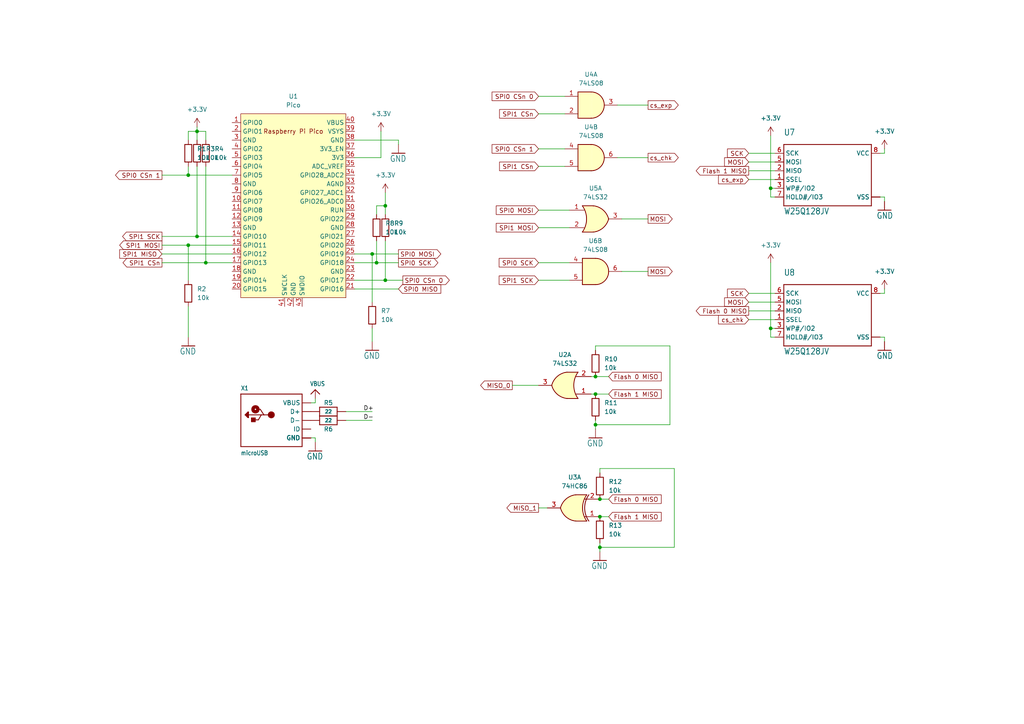
<source format=kicad_sch>
(kicad_sch (version 20230121) (generator eeschema)
  (paper "A4")
  (lib_symbols
    (symbol "74xx:74HC86" (pin_names (offset 1.016))
      (property "Reference" "U" (at 0 1.27 0))
      (property "Value" "74HC86" (at 0 -1.27 0))
      (symbol "74HC86_1_0"
        (arc (start -4.4196 -3.81) (mid -3.2033 0) (end -4.4196 3.81) (stroke (width 0.254)))
        (arc (start -3.81 -3.81) (mid -2.589 0) (end -3.81 3.81) (stroke (width 0.254)))
        (arc (start -0.6096 -3.81) (mid 2.1842 -2.5851) (end 3.81 0) (stroke (width 0.254)) (fill (type background)))
        (polyline (pts (xy -3.81 -3.81) (xy -0.635 -3.81)) (stroke (width 0.254)) (fill (type background)))
        (polyline (pts (xy -3.81 3.81) (xy -0.635 3.81)) (stroke (width 0.254)) (fill (type background)))
        (polyline (pts (xy -0.635 3.81) (xy -3.81 3.81) (xy -3.81 3.81) (xy -3.556 3.4036) (xy -3.0226 2.2606) (xy -2.6924 1.0414) (xy -2.6162 -0.254) (xy -2.7686 -1.4986) (xy -3.175 -2.7178) (xy -3.81 -3.81) (xy -3.81 -3.81) (xy -0.635 -3.81)) (stroke (width -25.4)) (fill (type background)))
        (arc (start 3.81 0) (mid 2.1915 2.5936) (end -0.6096 3.81) (stroke (width 0.254)) (fill (type background)))
        (pin input line (at -7.62 2.54 0) (length 4.445) (name "~") (number "1"))
        (pin input line (at -7.62 -2.54 0) (length 4.445) (name "~") (number "2"))
        (pin output line (at 7.62 0 180) (length 3.81) (name "~") (number "3"))
      )
      (symbol "74HC86_1_1"
        (polyline (pts (xy -3.81 -2.54) (xy -3.175 -2.54)) (stroke (width 0.1524)))
        (polyline (pts (xy -3.81 2.54) (xy -3.175 2.54)) (stroke (width 0.1524)))
      )
      (symbol "74HC86_2_0"
        (arc (start -4.4196 -3.81) (mid -3.2033 0) (end -4.4196 3.81) (stroke (width 0.254)))
        (arc (start -3.81 -3.81) (mid -2.589 0) (end -3.81 3.81) (stroke (width 0.254)))
        (arc (start -0.6096 -3.81) (mid 2.1842 -2.5851) (end 3.81 0) (stroke (width 0.254)) (fill (type background)))
        (polyline (pts (xy -3.81 -3.81) (xy -0.635 -3.81)) (stroke (width 0.254)) (fill (type background)))
        (polyline (pts (xy -3.81 3.81) (xy -0.635 3.81)) (stroke (width 0.254)) (fill (type background)))
        (polyline (pts (xy -0.635 3.81) (xy -3.81 3.81) (xy -3.81 3.81) (xy -3.556 3.4036) (xy -3.0226 2.2606) (xy -2.6924 1.0414) (xy -2.6162 -0.254) (xy -2.7686 -1.4986) (xy -3.175 -2.7178) (xy -3.81 -3.81) (xy -3.81 -3.81) (xy -0.635 -3.81)) (stroke (width -25.4)) (fill (type background)))
        (arc (start 3.81 0) (mid 2.1915 2.5936) (end -0.6096 3.81) (stroke (width 0.254)) (fill (type background)))
        (pin input line (at -7.62 2.54 0) (length 4.445) (name "~") (number "4"))
        (pin input line (at -7.62 -2.54 0) (length 4.445) (name "~") (number "5"))
        (pin output line (at 7.62 0 180) (length 3.81) (name "~") (number "6"))
      )
      (symbol "74HC86_2_1"
        (polyline (pts (xy -3.81 -2.54) (xy -3.175 -2.54)) (stroke (width 0.1524)))
        (polyline (pts (xy -3.81 2.54) (xy -3.175 2.54)) (stroke (width 0.1524)))
      )
      (symbol "74HC86_3_0"
        (arc (start -4.4196 -3.81) (mid -3.2033 0) (end -4.4196 3.81) (stroke (width 0.254)))
        (arc (start -3.81 -3.81) (mid -2.589 0) (end -3.81 3.81) (stroke (width 0.254)))
        (arc (start -0.6096 -3.81) (mid 2.1842 -2.5851) (end 3.81 0) (stroke (width 0.254)) (fill (type background)))
        (polyline (pts (xy -3.81 -3.81) (xy -0.635 -3.81)) (stroke (width 0.254)) (fill (type background)))
        (polyline (pts (xy -3.81 3.81) (xy -0.635 3.81)) (stroke (width 0.254)) (fill (type background)))
        (polyline (pts (xy -0.635 3.81) (xy -3.81 3.81) (xy -3.81 3.81) (xy -3.556 3.4036) (xy -3.0226 2.2606) (xy -2.6924 1.0414) (xy -2.6162 -0.254) (xy -2.7686 -1.4986) (xy -3.175 -2.7178) (xy -3.81 -3.81) (xy -3.81 -3.81) (xy -0.635 -3.81)) (stroke (width -25.4)) (fill (type background)))
        (arc (start 3.81 0) (mid 2.1915 2.5936) (end -0.6096 3.81) (stroke (width 0.254)) (fill (type background)))
        (pin input line (at -7.62 -2.54 0) (length 4.445) (name "~") (number "10"))
        (pin output line (at 7.62 0 180) (length 3.81) (name "~") (number "8"))
        (pin input line (at -7.62 2.54 0) (length 4.445) (name "~") (number "9"))
      )
      (symbol "74HC86_3_1"
        (polyline (pts (xy -3.81 -2.54) (xy -3.175 -2.54)) (stroke (width 0.1524)))
        (polyline (pts (xy -3.81 2.54) (xy -3.175 2.54)) (stroke (width 0.1524)))
      )
      (symbol "74HC86_4_0"
        (arc (start -4.4196 -3.81) (mid -3.2033 0) (end -4.4196 3.81) (stroke (width 0.254)))
        (arc (start -3.81 -3.81) (mid -2.589 0) (end -3.81 3.81) (stroke (width 0.254)))
        (arc (start -0.6096 -3.81) (mid 2.1842 -2.5851) (end 3.81 0) (stroke (width 0.254)) (fill (type background)))
        (polyline (pts (xy -3.81 -3.81) (xy -0.635 -3.81)) (stroke (width 0.254)) (fill (type background)))
        (polyline (pts (xy -3.81 3.81) (xy -0.635 3.81)) (stroke (width 0.254)) (fill (type background)))
        (polyline (pts (xy -0.635 3.81) (xy -3.81 3.81) (xy -3.81 3.81) (xy -3.556 3.4036) (xy -3.0226 2.2606) (xy -2.6924 1.0414) (xy -2.6162 -0.254) (xy -2.7686 -1.4986) (xy -3.175 -2.7178) (xy -3.81 -3.81) (xy -3.81 -3.81) (xy -0.635 -3.81)) (stroke (width -25.4)) (fill (type background)))
        (arc (start 3.81 0) (mid 2.1915 2.5936) (end -0.6096 3.81) (stroke (width 0.254)) (fill (type background)))
        (pin output line (at 7.62 0 180) (length 3.81) (name "~") (number "11"))
        (pin input line (at -7.62 2.54 0) (length 4.445) (name "~") (number "12"))
        (pin input line (at -7.62 -2.54 0) (length 4.445) (name "~") (number "13"))
      )
      (symbol "74HC86_4_1"
        (polyline (pts (xy -3.81 -2.54) (xy -3.175 -2.54)) (stroke (width 0.1524)))
        (polyline (pts (xy -3.81 2.54) (xy -3.175 2.54)) (stroke (width 0.1524)))
      )
      (symbol "74HC86_5_0"
        (pin power_in line (at 0 12.7 270) (length 5.08) (name "VCC") (number "14"))
        (pin power_in line (at 0 -12.7 90) (length 5.08) (name "GND") (number "7"))
      )
      (symbol "74HC86_5_1"
        (rectangle (start -5.08 7.62) (end 5.08 -7.62) (stroke (width 0.254)) (fill (type background)))
      )
    )
    (symbol "74xx:74LS08" (pin_names (offset 1.016))
      (property "Reference" "U" (at 0 1.27 0))
      (property "Value" "74LS08" (at 0 -1.27 0))
      (symbol "74LS08_1_1"
        (arc (start 0 -3.81) (mid 3.7934 0) (end 0 3.81) (stroke (width 0.254)) (fill (type background)))
        (polyline (pts (xy 0 3.81) (xy -3.81 3.81) (xy -3.81 -3.81) (xy 0 -3.81)) (stroke (width 0.254)) (fill (type background)))
        (pin input line (at -7.62 2.54 0) (length 3.81) (name "~") (number "1"))
        (pin input line (at -7.62 -2.54 0) (length 3.81) (name "~") (number "2"))
        (pin output line (at 7.62 0 180) (length 3.81) (name "~") (number "3"))
      )
      (symbol "74LS08_1_2"
        (arc (start -3.81 -3.81) (mid -2.589 0) (end -3.81 3.81) (stroke (width 0.254)))
        (arc (start -0.6096 -3.81) (mid 2.1842 -2.5851) (end 3.81 0) (stroke (width 0.254)) (fill (type background)))
        (polyline (pts (xy -3.81 -3.81) (xy -0.635 -3.81)) (stroke (width 0.254)) (fill (type background)))
        (polyline (pts (xy -3.81 3.81) (xy -0.635 3.81)) (stroke (width 0.254)) (fill (type background)))
        (polyline (pts (xy -0.635 3.81) (xy -3.81 3.81) (xy -3.81 3.81) (xy -3.556 3.4036) (xy -3.0226 2.2606) (xy -2.6924 1.0414) (xy -2.6162 -0.254) (xy -2.7686 -1.4986) (xy -3.175 -2.7178) (xy -3.81 -3.81) (xy -3.81 -3.81) (xy -0.635 -3.81)) (stroke (width -25.4)) (fill (type background)))
        (arc (start 3.81 0) (mid 2.1915 2.5936) (end -0.6096 3.81) (stroke (width 0.254)) (fill (type background)))
        (pin input inverted (at -7.62 2.54 0) (length 4.318) (name "~") (number "1"))
        (pin input inverted (at -7.62 -2.54 0) (length 4.318) (name "~") (number "2"))
        (pin output inverted (at 7.62 0 180) (length 3.81) (name "~") (number "3"))
      )
      (symbol "74LS08_2_1"
        (arc (start 0 -3.81) (mid 3.7934 0) (end 0 3.81) (stroke (width 0.254)) (fill (type background)))
        (polyline (pts (xy 0 3.81) (xy -3.81 3.81) (xy -3.81 -3.81) (xy 0 -3.81)) (stroke (width 0.254)) (fill (type background)))
        (pin input line (at -7.62 2.54 0) (length 3.81) (name "~") (number "4"))
        (pin input line (at -7.62 -2.54 0) (length 3.81) (name "~") (number "5"))
        (pin output line (at 7.62 0 180) (length 3.81) (name "~") (number "6"))
      )
      (symbol "74LS08_2_2"
        (arc (start -3.81 -3.81) (mid -2.589 0) (end -3.81 3.81) (stroke (width 0.254)))
        (arc (start -0.6096 -3.81) (mid 2.1842 -2.5851) (end 3.81 0) (stroke (width 0.254)) (fill (type background)))
        (polyline (pts (xy -3.81 -3.81) (xy -0.635 -3.81)) (stroke (width 0.254)) (fill (type background)))
        (polyline (pts (xy -3.81 3.81) (xy -0.635 3.81)) (stroke (width 0.254)) (fill (type background)))
        (polyline (pts (xy -0.635 3.81) (xy -3.81 3.81) (xy -3.81 3.81) (xy -3.556 3.4036) (xy -3.0226 2.2606) (xy -2.6924 1.0414) (xy -2.6162 -0.254) (xy -2.7686 -1.4986) (xy -3.175 -2.7178) (xy -3.81 -3.81) (xy -3.81 -3.81) (xy -0.635 -3.81)) (stroke (width -25.4)) (fill (type background)))
        (arc (start 3.81 0) (mid 2.1915 2.5936) (end -0.6096 3.81) (stroke (width 0.254)) (fill (type background)))
        (pin input inverted (at -7.62 2.54 0) (length 4.318) (name "~") (number "4"))
        (pin input inverted (at -7.62 -2.54 0) (length 4.318) (name "~") (number "5"))
        (pin output inverted (at 7.62 0 180) (length 3.81) (name "~") (number "6"))
      )
      (symbol "74LS08_3_1"
        (arc (start 0 -3.81) (mid 3.7934 0) (end 0 3.81) (stroke (width 0.254)) (fill (type background)))
        (polyline (pts (xy 0 3.81) (xy -3.81 3.81) (xy -3.81 -3.81) (xy 0 -3.81)) (stroke (width 0.254)) (fill (type background)))
        (pin input line (at -7.62 -2.54 0) (length 3.81) (name "~") (number "10"))
        (pin output line (at 7.62 0 180) (length 3.81) (name "~") (number "8"))
        (pin input line (at -7.62 2.54 0) (length 3.81) (name "~") (number "9"))
      )
      (symbol "74LS08_3_2"
        (arc (start -3.81 -3.81) (mid -2.589 0) (end -3.81 3.81) (stroke (width 0.254)))
        (arc (start -0.6096 -3.81) (mid 2.1842 -2.5851) (end 3.81 0) (stroke (width 0.254)) (fill (type background)))
        (polyline (pts (xy -3.81 -3.81) (xy -0.635 -3.81)) (stroke (width 0.254)) (fill (type background)))
        (polyline (pts (xy -3.81 3.81) (xy -0.635 3.81)) (stroke (width 0.254)) (fill (type background)))
        (polyline (pts (xy -0.635 3.81) (xy -3.81 3.81) (xy -3.81 3.81) (xy -3.556 3.4036) (xy -3.0226 2.2606) (xy -2.6924 1.0414) (xy -2.6162 -0.254) (xy -2.7686 -1.4986) (xy -3.175 -2.7178) (xy -3.81 -3.81) (xy -3.81 -3.81) (xy -0.635 -3.81)) (stroke (width -25.4)) (fill (type background)))
        (arc (start 3.81 0) (mid 2.1915 2.5936) (end -0.6096 3.81) (stroke (width 0.254)) (fill (type background)))
        (pin input inverted (at -7.62 -2.54 0) (length 4.318) (name "~") (number "10"))
        (pin output inverted (at 7.62 0 180) (length 3.81) (name "~") (number "8"))
        (pin input inverted (at -7.62 2.54 0) (length 4.318) (name "~") (number "9"))
      )
      (symbol "74LS08_4_1"
        (arc (start 0 -3.81) (mid 3.7934 0) (end 0 3.81) (stroke (width 0.254)) (fill (type background)))
        (polyline (pts (xy 0 3.81) (xy -3.81 3.81) (xy -3.81 -3.81) (xy 0 -3.81)) (stroke (width 0.254)) (fill (type background)))
        (pin output line (at 7.62 0 180) (length 3.81) (name "~") (number "11"))
        (pin input line (at -7.62 2.54 0) (length 3.81) (name "~") (number "12"))
        (pin input line (at -7.62 -2.54 0) (length 3.81) (name "~") (number "13"))
      )
      (symbol "74LS08_4_2"
        (arc (start -3.81 -3.81) (mid -2.589 0) (end -3.81 3.81) (stroke (width 0.254)))
        (arc (start -0.6096 -3.81) (mid 2.1842 -2.5851) (end 3.81 0) (stroke (width 0.254)) (fill (type background)))
        (polyline (pts (xy -3.81 -3.81) (xy -0.635 -3.81)) (stroke (width 0.254)) (fill (type background)))
        (polyline (pts (xy -3.81 3.81) (xy -0.635 3.81)) (stroke (width 0.254)) (fill (type background)))
        (polyline (pts (xy -0.635 3.81) (xy -3.81 3.81) (xy -3.81 3.81) (xy -3.556 3.4036) (xy -3.0226 2.2606) (xy -2.6924 1.0414) (xy -2.6162 -0.254) (xy -2.7686 -1.4986) (xy -3.175 -2.7178) (xy -3.81 -3.81) (xy -3.81 -3.81) (xy -0.635 -3.81)) (stroke (width -25.4)) (fill (type background)))
        (arc (start 3.81 0) (mid 2.1915 2.5936) (end -0.6096 3.81) (stroke (width 0.254)) (fill (type background)))
        (pin output inverted (at 7.62 0 180) (length 3.81) (name "~") (number "11"))
        (pin input inverted (at -7.62 2.54 0) (length 4.318) (name "~") (number "12"))
        (pin input inverted (at -7.62 -2.54 0) (length 4.318) (name "~") (number "13"))
      )
      (symbol "74LS08_5_0"
        (pin power_in line (at 0 12.7 270) (length 5.08) (name "VCC") (number "14"))
        (pin power_in line (at 0 -12.7 90) (length 5.08) (name "GND") (number "7"))
      )
      (symbol "74LS08_5_1"
        (rectangle (start -5.08 7.62) (end 5.08 -7.62) (stroke (width 0.254)) (fill (type background)))
      )
    )
    (symbol "74xx:74LS32" (pin_names (offset 1.016))
      (property "Reference" "U" (at 0 1.27 0))
      (property "Value" "74LS32" (at 0 -1.27 0))
      (symbol "74LS32_1_1"
        (arc (start -3.81 -3.81) (mid -2.589 0) (end -3.81 3.81) (stroke (width 0.254)))
        (arc (start -0.6096 -3.81) (mid 2.1842 -2.5851) (end 3.81 0) (stroke (width 0.254)) (fill (type background)))
        (polyline (pts (xy -3.81 -3.81) (xy -0.635 -3.81)) (stroke (width 0.254)) (fill (type background)))
        (polyline (pts (xy -3.81 3.81) (xy -0.635 3.81)) (stroke (width 0.254)) (fill (type background)))
        (polyline (pts (xy -0.635 3.81) (xy -3.81 3.81) (xy -3.81 3.81) (xy -3.556 3.4036) (xy -3.0226 2.2606) (xy -2.6924 1.0414) (xy -2.6162 -0.254) (xy -2.7686 -1.4986) (xy -3.175 -2.7178) (xy -3.81 -3.81) (xy -3.81 -3.81) (xy -0.635 -3.81)) (stroke (width -25.4)) (fill (type background)))
        (arc (start 3.81 0) (mid 2.1915 2.5936) (end -0.6096 3.81) (stroke (width 0.254)) (fill (type background)))
        (pin input line (at -7.62 2.54 0) (length 4.318) (name "~") (number "1"))
        (pin input line (at -7.62 -2.54 0) (length 4.318) (name "~") (number "2"))
        (pin output line (at 7.62 0 180) (length 3.81) (name "~") (number "3"))
      )
      (symbol "74LS32_1_2"
        (arc (start 0 -3.81) (mid 3.7934 0) (end 0 3.81) (stroke (width 0.254)) (fill (type background)))
        (polyline (pts (xy 0 3.81) (xy -3.81 3.81) (xy -3.81 -3.81) (xy 0 -3.81)) (stroke (width 0.254)) (fill (type background)))
        (pin input inverted (at -7.62 2.54 0) (length 3.81) (name "~") (number "1"))
        (pin input inverted (at -7.62 -2.54 0) (length 3.81) (name "~") (number "2"))
        (pin output inverted (at 7.62 0 180) (length 3.81) (name "~") (number "3"))
      )
      (symbol "74LS32_2_1"
        (arc (start -3.81 -3.81) (mid -2.589 0) (end -3.81 3.81) (stroke (width 0.254)))
        (arc (start -0.6096 -3.81) (mid 2.1842 -2.5851) (end 3.81 0) (stroke (width 0.254)) (fill (type background)))
        (polyline (pts (xy -3.81 -3.81) (xy -0.635 -3.81)) (stroke (width 0.254)) (fill (type background)))
        (polyline (pts (xy -3.81 3.81) (xy -0.635 3.81)) (stroke (width 0.254)) (fill (type background)))
        (polyline (pts (xy -0.635 3.81) (xy -3.81 3.81) (xy -3.81 3.81) (xy -3.556 3.4036) (xy -3.0226 2.2606) (xy -2.6924 1.0414) (xy -2.6162 -0.254) (xy -2.7686 -1.4986) (xy -3.175 -2.7178) (xy -3.81 -3.81) (xy -3.81 -3.81) (xy -0.635 -3.81)) (stroke (width -25.4)) (fill (type background)))
        (arc (start 3.81 0) (mid 2.1915 2.5936) (end -0.6096 3.81) (stroke (width 0.254)) (fill (type background)))
        (pin input line (at -7.62 2.54 0) (length 4.318) (name "~") (number "4"))
        (pin input line (at -7.62 -2.54 0) (length 4.318) (name "~") (number "5"))
        (pin output line (at 7.62 0 180) (length 3.81) (name "~") (number "6"))
      )
      (symbol "74LS32_2_2"
        (arc (start 0 -3.81) (mid 3.7934 0) (end 0 3.81) (stroke (width 0.254)) (fill (type background)))
        (polyline (pts (xy 0 3.81) (xy -3.81 3.81) (xy -3.81 -3.81) (xy 0 -3.81)) (stroke (width 0.254)) (fill (type background)))
        (pin input inverted (at -7.62 2.54 0) (length 3.81) (name "~") (number "4"))
        (pin input inverted (at -7.62 -2.54 0) (length 3.81) (name "~") (number "5"))
        (pin output inverted (at 7.62 0 180) (length 3.81) (name "~") (number "6"))
      )
      (symbol "74LS32_3_1"
        (arc (start -3.81 -3.81) (mid -2.589 0) (end -3.81 3.81) (stroke (width 0.254)))
        (arc (start -0.6096 -3.81) (mid 2.1842 -2.5851) (end 3.81 0) (stroke (width 0.254)) (fill (type background)))
        (polyline (pts (xy -3.81 -3.81) (xy -0.635 -3.81)) (stroke (width 0.254)) (fill (type background)))
        (polyline (pts (xy -3.81 3.81) (xy -0.635 3.81)) (stroke (width 0.254)) (fill (type background)))
        (polyline (pts (xy -0.635 3.81) (xy -3.81 3.81) (xy -3.81 3.81) (xy -3.556 3.4036) (xy -3.0226 2.2606) (xy -2.6924 1.0414) (xy -2.6162 -0.254) (xy -2.7686 -1.4986) (xy -3.175 -2.7178) (xy -3.81 -3.81) (xy -3.81 -3.81) (xy -0.635 -3.81)) (stroke (width -25.4)) (fill (type background)))
        (arc (start 3.81 0) (mid 2.1915 2.5936) (end -0.6096 3.81) (stroke (width 0.254)) (fill (type background)))
        (pin input line (at -7.62 -2.54 0) (length 4.318) (name "~") (number "10"))
        (pin output line (at 7.62 0 180) (length 3.81) (name "~") (number "8"))
        (pin input line (at -7.62 2.54 0) (length 4.318) (name "~") (number "9"))
      )
      (symbol "74LS32_3_2"
        (arc (start 0 -3.81) (mid 3.7934 0) (end 0 3.81) (stroke (width 0.254)) (fill (type background)))
        (polyline (pts (xy 0 3.81) (xy -3.81 3.81) (xy -3.81 -3.81) (xy 0 -3.81)) (stroke (width 0.254)) (fill (type background)))
        (pin input inverted (at -7.62 -2.54 0) (length 3.81) (name "~") (number "10"))
        (pin output inverted (at 7.62 0 180) (length 3.81) (name "~") (number "8"))
        (pin input inverted (at -7.62 2.54 0) (length 3.81) (name "~") (number "9"))
      )
      (symbol "74LS32_4_1"
        (arc (start -3.81 -3.81) (mid -2.589 0) (end -3.81 3.81) (stroke (width 0.254)))
        (arc (start -0.6096 -3.81) (mid 2.1842 -2.5851) (end 3.81 0) (stroke (width 0.254)) (fill (type background)))
        (polyline (pts (xy -3.81 -3.81) (xy -0.635 -3.81)) (stroke (width 0.254)) (fill (type background)))
        (polyline (pts (xy -3.81 3.81) (xy -0.635 3.81)) (stroke (width 0.254)) (fill (type background)))
        (polyline (pts (xy -0.635 3.81) (xy -3.81 3.81) (xy -3.81 3.81) (xy -3.556 3.4036) (xy -3.0226 2.2606) (xy -2.6924 1.0414) (xy -2.6162 -0.254) (xy -2.7686 -1.4986) (xy -3.175 -2.7178) (xy -3.81 -3.81) (xy -3.81 -3.81) (xy -0.635 -3.81)) (stroke (width -25.4)) (fill (type background)))
        (arc (start 3.81 0) (mid 2.1915 2.5936) (end -0.6096 3.81) (stroke (width 0.254)) (fill (type background)))
        (pin output line (at 7.62 0 180) (length 3.81) (name "~") (number "11"))
        (pin input line (at -7.62 2.54 0) (length 4.318) (name "~") (number "12"))
        (pin input line (at -7.62 -2.54 0) (length 4.318) (name "~") (number "13"))
      )
      (symbol "74LS32_4_2"
        (arc (start 0 -3.81) (mid 3.7934 0) (end 0 3.81) (stroke (width 0.254)) (fill (type background)))
        (polyline (pts (xy 0 3.81) (xy -3.81 3.81) (xy -3.81 -3.81) (xy 0 -3.81)) (stroke (width 0.254)) (fill (type background)))
        (pin output inverted (at 7.62 0 180) (length 3.81) (name "~") (number "11"))
        (pin input inverted (at -7.62 2.54 0) (length 3.81) (name "~") (number "12"))
        (pin input inverted (at -7.62 -2.54 0) (length 3.81) (name "~") (number "13"))
      )
      (symbol "74LS32_5_0"
        (pin power_in line (at 0 12.7 270) (length 5.08) (name "VCC") (number "14"))
        (pin power_in line (at 0 -12.7 90) (length 5.08) (name "GND") (number "7"))
      )
      (symbol "74LS32_5_1"
        (rectangle (start -5.08 7.62) (end 5.08 -7.62) (stroke (width 0.254)) (fill (type background)))
      )
    )
    (symbol "Adafruit ItsyBitsy RP2040-eagle-import:GND" (power)
      (property "Value" "GND" (at -2.54 -2.54 0))
      (symbol "GND_1_0"
        (polyline (pts (xy -1.905 0) (xy 1.905 0)) (stroke (width 0.254)))
        (pin power_in line (at 0 2.54 270) (length 2.54) (name "GND") (number "1"))
      )
    )
    (symbol "Adafruit ItsyBitsy RP2040-eagle-import:RESISTOR_0402NO"
      (property "Reference" "R" (at 0 2.54 0))
      (property "Value" "RESISTOR_0402NO" (at 0 0 0))
      (symbol "RESISTOR_0402NO_1_0"
        (polyline (pts (xy -2.54 -1.27) (xy -2.54 1.27)) (stroke (width 0.254)))
        (polyline (pts (xy -2.54 1.27) (xy 2.54 1.27)) (stroke (width 0.254)))
        (polyline (pts (xy 2.54 -1.27) (xy -2.54 -1.27)) (stroke (width 0.254)))
        (polyline (pts (xy 2.54 1.27) (xy 2.54 -1.27)) (stroke (width 0.254)))
        (pin passive line (at -5.08 0 0) (length 2.54) (name "1") (number "1"))
        (pin passive line (at 5.08 0 180) (length 2.54) (name "2") (number "2"))
      )
    )
    (symbol "Adafruit ItsyBitsy RP2040-eagle-import:SPIFLASH_8PIN_4X4"
      (property "Reference" "U" (at -12.7 12.7 0))
      (property "Value" "SPIFLASH_8PIN_4X4" (at -12.7 -10.16 0))
      (symbol "SPIFLASH_8PIN_4X4_1_0"
        (polyline (pts (xy -12.7 -7.62) (xy -12.7 10.16)) (stroke (width 0.254)))
        (polyline (pts (xy -12.7 10.16) (xy 12.7 10.16)) (stroke (width 0.254)))
        (polyline (pts (xy 12.7 -7.62) (xy -12.7 -7.62)) (stroke (width 0.254)))
        (polyline (pts (xy 12.7 10.16) (xy 12.7 -7.62)) (stroke (width 0.254)))
        (pin bidirectional line (at -15.24 0 0) (length 2.54) (name "SSEL") (number "1"))
        (pin bidirectional line (at -15.24 2.54 0) (length 2.54) (name "MISO") (number "2"))
        (pin bidirectional line (at -15.24 -2.54 0) (length 2.54) (name "WP#/IO2") (number "3"))
        (pin bidirectional line (at 15.24 -5.08 180) (length 2.54) (name "VSS") (number "4"))
        (pin bidirectional line (at -15.24 5.08 0) (length 2.54) (name "MOSI") (number "5"))
        (pin bidirectional line (at -15.24 7.62 0) (length 2.54) (name "SCK") (number "6"))
        (pin bidirectional line (at -15.24 -5.08 0) (length 2.54) (name "HOLD#/IO3") (number "7"))
        (pin bidirectional line (at 15.24 7.62 180) (length 2.54) (name "VCC") (number "8"))
        (pin bidirectional line (at 15.24 -5.08 180) (length 2.54) (name "VSS") (number "PAD"))
      )
    )
    (symbol "Adafruit ItsyBitsy RP2040-eagle-import:USB_MICRO_NARROW"
      (property "Reference" "X" (at -10.16 8.636 0))
      (property "Value" "USB_MICRO_NARROW" (at -10.16 -10.16 0))
      (symbol "USB_MICRO_NARROW_1_0"
        (rectangle (start -7.12 -0.45) (end -5.92 0.75) (fill (type outline)))
        (circle (center -5.92 3.2) (radius 0.2) (stroke (width 1)))
        (circle (center -1.32 1.6) (radius 0.5) (stroke (width 1)))
        (polyline (pts (xy -10.2 7.62) (xy -10.16 7.62)) (stroke (width 0.254)))
        (polyline (pts (xy -10.16 -7.62) (xy 7.62 -7.62)) (stroke (width 0.254)))
        (polyline (pts (xy -10.16 7.62) (xy -10.16 -7.62)) (stroke (width 0.254)))
        (polyline (pts (xy -10.16 7.62) (xy 7.62 7.62)) (stroke (width 0.254)))
        (polyline (pts (xy -8.92 1.6) (xy -8.12 2.4)) (stroke (width 0.254)))
        (polyline (pts (xy -8.52 1.4) (xy -8.32 1.2)) (stroke (width 0.254)))
        (polyline (pts (xy -8.52 1.6) (xy -8.52 1.4)) (stroke (width 0.254)))
        (polyline (pts (xy -8.32 1.2) (xy -8.32 2)) (stroke (width 0.254)))
        (polyline (pts (xy -8.32 2) (xy -8.72 1.6)) (stroke (width 0.254)))
        (polyline (pts (xy -8.12 0.8) (xy -8.92 1.6)) (stroke (width 0.254)))
        (polyline (pts (xy -8.12 1) (xy -8.12 2.4)) (stroke (width 0.254)))
        (polyline (pts (xy -8.12 2.4) (xy -7.92 2.4)) (stroke (width 0.254)))
        (polyline (pts (xy -7.92 0.8) (xy -8.12 0.8)) (stroke (width 0.254)))
        (polyline (pts (xy -7.92 1.6) (xy -7.92 0.8)) (stroke (width 0.254)))
        (polyline (pts (xy -7.92 2.4) (xy -7.92 1.6)) (stroke (width 0.254)))
        (polyline (pts (xy -6.27 0.15) (xy -5.07 0.15)) (stroke (width 0.254)))
        (polyline (pts (xy -5.52 3.2) (xy -4.52 3.2)) (stroke (width 0.254)))
        (polyline (pts (xy -5.07 0.15) (xy -4.22 1.6)) (stroke (width 0.254)))
        (polyline (pts (xy -4.52 3.2) (xy -3.47 1.6)) (stroke (width 0.254)))
        (polyline (pts (xy -4.22 1.6) (xy -7.92 1.6)) (stroke (width 0.254)))
        (polyline (pts (xy -3.47 1.6) (xy -4.22 1.6)) (stroke (width 0.254)))
        (polyline (pts (xy -1.32 1.6) (xy -3.47 1.6)) (stroke (width 0.254)))
        (polyline (pts (xy 7.62 7.62) (xy 7.62 -7.62)) (stroke (width 0.254)))
        (pin power_in line (at 10.16 -5.08 180) (length 2.54) (name "GND") (number "BASE@1"))
        (pin power_in line (at 10.16 -5.08 180) (length 2.54) (name "GND") (number "BASE@2"))
        (pin bidirectional line (at 10.16 2.54 180) (length 2.54) (name "D+") (number "D+"))
        (pin bidirectional line (at 10.16 0 180) (length 2.54) (name "D-") (number "D-"))
        (pin power_in line (at 10.16 -5.08 180) (length 2.54) (name "GND") (number "GND"))
        (pin bidirectional line (at 10.16 -2.54 180) (length 2.54) (name "ID") (number "ID"))
        (pin power_in line (at 10.16 -5.08 180) (length 2.54) (name "GND") (number "SPRT@1"))
        (pin power_in line (at 10.16 -5.08 180) (length 2.54) (name "GND") (number "SPRT@2"))
        (pin power_in line (at 10.16 -5.08 180) (length 2.54) (name "GND") (number "SPRT@3"))
        (pin power_in line (at 10.16 -5.08 180) (length 2.54) (name "GND") (number "SPRT@4"))
        (pin power_in line (at 10.16 5.08 180) (length 2.54) (name "VBUS") (number "VBUS"))
      )
    )
    (symbol "Adafruit ItsyBitsy RP2040-eagle-import:VBUS" (power)
      (property "Value" "VBUS" (at -1.524 1.016 0))
      (symbol "VBUS_1_0"
        (polyline (pts (xy -1.27 -1.27) (xy 0 0)) (stroke (width 0.254)))
        (polyline (pts (xy 0 0) (xy 1.27 -1.27)) (stroke (width 0.254)))
        (pin power_in line (at 0 -2.54 90) (length 2.54) (name "VBUS") (number "1"))
      )
    )
    (symbol "Device:R" (pin_numbers hide) (pin_names (offset 0))
      (property "Reference" "R" (at 2.032 0 90))
      (property "Value" "R" (at 0 0 90))
      (symbol "R_0_1"
        (rectangle (start -1.016 -2.54) (end 1.016 2.54) (stroke (width 0.254)))
      )
      (symbol "R_1_1"
        (pin passive line (at 0 3.81 270) (length 1.27) (name "~") (number "1"))
        (pin passive line (at 0 -3.81 90) (length 1.27) (name "~") (number "2"))
      )
    )
    (symbol "MCU_RaspberryPi_and_Boards:Pico"
      (property "Reference" "U" (at -13.97 27.94 0))
      (property "Value" "Pico" (at 0 19.05 0))
      (symbol "Pico_0_0"
        (text "Raspberry Pi Pico" (at 0 21.59 0) (effects (font (size 1.27 1.27))))
      )
      (symbol "Pico_0_1"
        (rectangle (start -15.24 26.67) (end 15.24 -26.67) (fill (type background)))
      )
      (symbol "Pico_1_1"
        (pin bidirectional line (at -17.78 24.13 0) (length 2.54) (name "GPIO0") (number "1"))
        (pin bidirectional line (at -17.78 1.27 0) (length 2.54) (name "GPIO7") (number "10"))
        (pin bidirectional line (at -17.78 -1.27 0) (length 2.54) (name "GPIO8") (number "11"))
        (pin bidirectional line (at -17.78 -3.81 0) (length 2.54) (name "GPIO9") (number "12"))
        (pin power_in line (at -17.78 -6.35 0) (length 2.54) (name "GND") (number "13"))
        (pin bidirectional line (at -17.78 -8.89 0) (length 2.54) (name "GPIO10") (number "14"))
        (pin bidirectional line (at -17.78 -11.43 0) (length 2.54) (name "GPIO11") (number "15"))
        (pin bidirectional line (at -17.78 -13.97 0) (length 2.54) (name "GPIO12") (number "16"))
        (pin bidirectional line (at -17.78 -16.51 0) (length 2.54) (name "GPIO13") (number "17"))
        (pin power_in line (at -17.78 -19.05 0) (length 2.54) (name "GND") (number "18"))
        (pin bidirectional line (at -17.78 -21.59 0) (length 2.54) (name "GPIO14") (number "19"))
        (pin bidirectional line (at -17.78 21.59 0) (length 2.54) (name "GPIO1") (number "2"))
        (pin bidirectional line (at -17.78 -24.13 0) (length 2.54) (name "GPIO15") (number "20"))
        (pin bidirectional line (at 17.78 -24.13 180) (length 2.54) (name "GPIO16") (number "21"))
        (pin bidirectional line (at 17.78 -21.59 180) (length 2.54) (name "GPIO17") (number "22"))
        (pin power_in line (at 17.78 -19.05 180) (length 2.54) (name "GND") (number "23"))
        (pin bidirectional line (at 17.78 -16.51 180) (length 2.54) (name "GPIO18") (number "24"))
        (pin bidirectional line (at 17.78 -13.97 180) (length 2.54) (name "GPIO19") (number "25"))
        (pin bidirectional line (at 17.78 -11.43 180) (length 2.54) (name "GPIO20") (number "26"))
        (pin bidirectional line (at 17.78 -8.89 180) (length 2.54) (name "GPIO21") (number "27"))
        (pin power_in line (at 17.78 -6.35 180) (length 2.54) (name "GND") (number "28"))
        (pin bidirectional line (at 17.78 -3.81 180) (length 2.54) (name "GPIO22") (number "29"))
        (pin power_in line (at -17.78 19.05 0) (length 2.54) (name "GND") (number "3"))
        (pin input line (at 17.78 -1.27 180) (length 2.54) (name "RUN") (number "30"))
        (pin bidirectional line (at 17.78 1.27 180) (length 2.54) (name "GPIO26_ADC0") (number "31"))
        (pin bidirectional line (at 17.78 3.81 180) (length 2.54) (name "GPIO27_ADC1") (number "32"))
        (pin power_in line (at 17.78 6.35 180) (length 2.54) (name "AGND") (number "33"))
        (pin bidirectional line (at 17.78 8.89 180) (length 2.54) (name "GPIO28_ADC2") (number "34"))
        (pin power_in line (at 17.78 11.43 180) (length 2.54) (name "ADC_VREF") (number "35"))
        (pin power_in line (at 17.78 13.97 180) (length 2.54) (name "3V3") (number "36"))
        (pin input line (at 17.78 16.51 180) (length 2.54) (name "3V3_EN") (number "37"))
        (pin bidirectional line (at 17.78 19.05 180) (length 2.54) (name "GND") (number "38"))
        (pin power_in line (at 17.78 21.59 180) (length 2.54) (name "VSYS") (number "39"))
        (pin bidirectional line (at -17.78 16.51 0) (length 2.54) (name "GPIO2") (number "4"))
        (pin power_in line (at 17.78 24.13 180) (length 2.54) (name "VBUS") (number "40"))
        (pin input line (at -2.54 -29.21 90) (length 2.54) (name "SWCLK") (number "41"))
        (pin power_in line (at 0 -29.21 90) (length 2.54) (name "GND") (number "42"))
        (pin bidirectional line (at 2.54 -29.21 90) (length 2.54) (name "SWDIO") (number "43"))
        (pin bidirectional line (at -17.78 13.97 0) (length 2.54) (name "GPIO3") (number "5"))
        (pin bidirectional line (at -17.78 11.43 0) (length 2.54) (name "GPIO4") (number "6"))
        (pin bidirectional line (at -17.78 8.89 0) (length 2.54) (name "GPIO5") (number "7"))
        (pin power_in line (at -17.78 6.35 0) (length 2.54) (name "GND") (number "8"))
        (pin bidirectional line (at -17.78 3.81 0) (length 2.54) (name "GPIO6") (number "9"))
      )
    )
    (symbol "power:+3.3V" (power) (pin_names (offset 0))
      (property "Value" "+3.3V" (at 0 3.556 0))
      (symbol "+3.3V_0_1"
        (polyline (pts (xy -0.762 1.27) (xy 0 2.54)))
        (polyline (pts (xy 0 0) (xy 0 2.54)))
        (polyline (pts (xy 0 2.54) (xy 0.762 1.27)))
      )
      (symbol "+3.3V_1_1"
        (pin power_in line (at 0 0 90) (length 0) hide (name "+3.3V") (number "1"))
      )
    )
  )
  (junction (at 54.61 71.12))
  (junction (at 111.76 81.28))
  (junction (at 57.15 38.1))
  (junction (at 107.95 73.66))
  (junction (at 109.22 76.2))
  (junction (at 223.52 54.61))
  (junction (at 173.99 158.75))
  (junction (at 57.15 68.58))
  (junction (at 173.99 144.78))
  (junction (at 172.72 114.3))
  (junction (at 223.52 95.25))
  (junction (at 54.61 50.8))
  (junction (at 173.99 149.86))
  (junction (at 172.72 123.19))
  (junction (at 111.76 59.69))
  (junction (at 172.72 109.22))
  (junction (at 59.69 76.2))
  (wire (pts (xy 256.54 85.09) (xy 256.54 83.82)))
  (wire (pts (xy 115.57 41.91) (xy 115.57 40.64)))
  (wire (pts (xy 256.54 44.45) (xy 256.54 43.18)))
  (wire (pts (xy 102.87 40.64) (xy 115.57 40.64)))
  (wire (pts (xy 111.76 81.28) (xy 116.84 81.28)))
  (wire (pts (xy 54.61 38.1) (xy 57.15 38.1)))
  (wire (pts (xy 111.76 59.69) (xy 111.76 62.23)))
  (wire (pts (xy 156.21 43.18) (xy 163.83 43.18)))
  (wire (pts (xy 223.52 54.61) (xy 224.79 54.61)))
  (wire (pts (xy 57.15 48.26) (xy 57.15 68.58)))
  (wire (pts (xy 109.22 62.23) (xy 109.22 59.69)))
  (wire (pts (xy 172.72 100.33) (xy 194.31 100.33)))
  (wire (pts (xy 57.15 36.83) (xy 57.15 38.1)))
  (wire (pts (xy 173.99 135.89) (xy 195.58 135.89)))
  (wire (pts (xy 223.52 39.37) (xy 223.52 54.61)))
  (wire (pts (xy 57.15 38.1) (xy 57.15 40.64)))
  (wire (pts (xy 90.17 116.84) (xy 91.44 116.84)))
  (wire (pts (xy 179.07 30.48) (xy 187.96 30.48)))
  (wire (pts (xy 109.22 59.69) (xy 111.76 59.69)))
  (wire (pts (xy 54.61 48.26) (xy 54.61 50.8)))
  (wire (pts (xy 156.21 76.2) (xy 165.1 76.2)))
  (wire (pts (xy 176.53 144.78) (xy 173.99 144.78)))
  (wire (pts (xy 217.17 44.45) (xy 224.79 44.45)))
  (wire (pts (xy 217.17 85.09) (xy 224.79 85.09)))
  (wire (pts (xy 115.57 73.66) (xy 107.95 73.66)))
  (wire (pts (xy 217.17 90.17) (xy 224.79 90.17)))
  (wire (pts (xy 172.72 101.6) (xy 172.72 100.33)))
  (wire (pts (xy 46.99 76.2) (xy 59.69 76.2)))
  (wire (pts (xy 255.27 97.79) (xy 256.54 97.79)))
  (wire (pts (xy 59.69 48.26) (xy 59.69 76.2)))
  (wire (pts (xy 46.99 68.58) (xy 57.15 68.58)))
  (wire (pts (xy 54.61 40.64) (xy 54.61 38.1)))
  (wire (pts (xy 195.58 135.89) (xy 195.58 158.75)))
  (wire (pts (xy 111.76 55.88) (xy 111.76 59.69)))
  (wire (pts (xy 91.44 116.84) (xy 91.44 115.57)))
  (wire (pts (xy 107.95 99.06) (xy 107.95 95.25)))
  (wire (pts (xy 256.54 97.79) (xy 256.54 99.06)))
  (wire (pts (xy 217.17 49.53) (xy 224.79 49.53)))
  (wire (pts (xy 223.52 97.79) (xy 224.79 97.79)))
  (wire (pts (xy 223.52 95.25) (xy 224.79 95.25)))
  (wire (pts (xy 180.34 63.5) (xy 187.96 63.5)))
  (wire (pts (xy 54.61 88.9) (xy 54.61 97.79)))
  (wire (pts (xy 156.21 33.02) (xy 163.83 33.02)))
  (wire (pts (xy 173.99 158.75) (xy 173.99 160.02)))
  (wire (pts (xy 172.72 123.19) (xy 172.72 124.46)))
  (wire (pts (xy 194.31 123.19) (xy 172.72 123.19)))
  (wire (pts (xy 100.33 119.38) (xy 107.95 119.38)))
  (wire (pts (xy 217.17 87.63) (xy 224.79 87.63)))
  (wire (pts (xy 217.17 46.99) (xy 224.79 46.99)))
  (wire (pts (xy 57.15 68.58) (xy 67.31 68.58)))
  (wire (pts (xy 156.21 27.94) (xy 163.83 27.94)))
  (wire (pts (xy 217.17 52.07) (xy 224.79 52.07)))
  (wire (pts (xy 46.99 71.12) (xy 54.61 71.12)))
  (wire (pts (xy 172.72 121.92) (xy 172.72 123.19)))
  (wire (pts (xy 223.52 97.79) (xy 223.52 95.25)))
  (wire (pts (xy 57.15 38.1) (xy 59.69 38.1)))
  (wire (pts (xy 156.21 60.96) (xy 165.1 60.96)))
  (wire (pts (xy 110.49 45.72) (xy 102.87 45.72)))
  (wire (pts (xy 223.52 76.2) (xy 223.52 95.25)))
  (wire (pts (xy 180.34 78.74) (xy 187.96 78.74)))
  (wire (pts (xy 172.72 114.3) (xy 176.53 114.3)))
  (wire (pts (xy 111.76 69.85) (xy 111.76 81.28)))
  (wire (pts (xy 156.21 48.26) (xy 163.83 48.26)))
  (wire (pts (xy 172.72 109.22) (xy 176.53 109.22)))
  (wire (pts (xy 90.17 127) (xy 91.44 127)))
  (wire (pts (xy 109.22 69.85) (xy 109.22 76.2)))
  (wire (pts (xy 59.69 40.64) (xy 59.69 38.1)))
  (wire (pts (xy 148.59 111.76) (xy 156.21 111.76)))
  (wire (pts (xy 54.61 50.8) (xy 67.31 50.8)))
  (wire (pts (xy 54.61 71.12) (xy 54.61 81.28)))
  (wire (pts (xy 173.99 137.16) (xy 173.99 135.89)))
  (wire (pts (xy 109.22 76.2) (xy 115.57 76.2)))
  (wire (pts (xy 194.31 100.33) (xy 194.31 123.19)))
  (wire (pts (xy 256.54 85.09) (xy 255.27 85.09)))
  (wire (pts (xy 102.87 81.28) (xy 111.76 81.28)))
  (wire (pts (xy 102.87 83.82) (xy 115.57 83.82)))
  (wire (pts (xy 179.07 45.72) (xy 187.96 45.72)))
  (wire (pts (xy 195.58 158.75) (xy 173.99 158.75)))
  (wire (pts (xy 91.44 127) (xy 91.44 128.27)))
  (wire (pts (xy 176.53 149.86) (xy 173.99 149.86)))
  (wire (pts (xy 256.54 57.15) (xy 256.54 58.42)))
  (wire (pts (xy 223.52 57.15) (xy 223.52 54.61)))
  (wire (pts (xy 217.17 92.71) (xy 224.79 92.71)))
  (wire (pts (xy 156.21 147.32) (xy 158.75 147.32)))
  (wire (pts (xy 156.21 66.04) (xy 165.1 66.04)))
  (wire (pts (xy 100.33 121.92) (xy 107.95 121.92)))
  (wire (pts (xy 223.52 57.15) (xy 224.79 57.15)))
  (wire (pts (xy 107.95 73.66) (xy 107.95 87.63)))
  (wire (pts (xy 59.69 76.2) (xy 67.31 76.2)))
  (wire (pts (xy 173.99 157.48) (xy 173.99 158.75)))
  (wire (pts (xy 54.61 71.12) (xy 67.31 71.12)))
  (wire (pts (xy 107.95 73.66) (xy 102.87 73.66)))
  (wire (pts (xy 102.87 76.2) (xy 109.22 76.2)))
  (wire (pts (xy 110.49 38.1) (xy 110.49 45.72)))
  (wire (pts (xy 171.45 114.3) (xy 172.72 114.3)))
  (wire (pts (xy 156.21 81.28) (xy 165.1 81.28)))
  (wire (pts (xy 255.27 57.15) (xy 256.54 57.15)))
  (wire (pts (xy 256.54 44.45) (xy 255.27 44.45)))
  (wire (pts (xy 46.99 50.8) (xy 54.61 50.8)))
  (wire (pts (xy 171.45 109.22) (xy 172.72 109.22)))
  (wire (pts (xy 46.99 73.66) (xy 67.31 73.66)))
  (label "D+" (at 105.41 119.38 0) (effects (font (size 1.2446 1.2446))))
  (label "D-" (at 105.41 121.92 0) (effects (font (size 1.2446 1.2446))))
  (global_label "SPI0 CSn 0" (shape output) (at 116.84 81.28 0) (property "Intersheetrefs" "${INTERSHEET_REFS}" (effects hide)))
  (global_label "MOSI" (shape input) (at 217.17 46.99 180) (property "Intersheetrefs" "${INTERSHEET_REFS}" (effects hide)))
  (global_label "cs_chk" (shape input) (at 217.17 92.71 180) (property "Intersheetrefs" "${INTERSHEET_REFS}" (effects hide)))
  (global_label "SCK" (shape input) (at 217.17 44.45 180) (property "Intersheetrefs" "${INTERSHEET_REFS}" (effects hide)))
  (global_label "SPI1 CSn" (shape input) (at 156.21 33.02 180) (property "Intersheetrefs" "${INTERSHEET_REFS}" (effects hide)))
  (global_label "MOSI" (shape output) (at 187.96 78.74 0) (property "Intersheetrefs" "${INTERSHEET_REFS}" (effects hide)))
  (global_label "SPI0 SCK" (shape input) (at 156.21 76.2 180) (property "Intersheetrefs" "${INTERSHEET_REFS}" (effects hide)))
  (global_label "SPI1 MISO" (shape input) (at 46.99 73.66 180) (property "Intersheetrefs" "${INTERSHEET_REFS}" (effects hide)))
  (global_label "SPI1 MOSI" (shape output) (at 46.99 71.12 180) (property "Intersheetrefs" "${INTERSHEET_REFS}" (effects hide)))
  (global_label "Flash 0 MISO" (shape input) (at 176.53 144.78 0) (property "Intersheetrefs" "${INTERSHEET_REFS}" (effects hide)))
  (global_label "SPI0 SCK" (shape output) (at 115.57 76.2 0) (property "Intersheetrefs" "${INTERSHEET_REFS}" (effects hide)))
  (global_label "cs_exp" (shape output) (at 187.96 30.48 0) (property "Intersheetrefs" "${INTERSHEET_REFS}" (effects hide)))
  (global_label "SPI1 MOSI" (shape input) (at 156.21 66.04 180) (property "Intersheetrefs" "${INTERSHEET_REFS}" (effects hide)))
  (global_label "SPI0 MOSI" (shape input) (at 156.21 60.96 180) (property "Intersheetrefs" "${INTERSHEET_REFS}" (effects hide)))
  (global_label "MISO_1" (shape output) (at 156.21 147.32 180) (property "Intersheetrefs" "${INTERSHEET_REFS}" (effects hide)))
  (global_label "cs_exp" (shape input) (at 217.17 52.07 180) (property "Intersheetrefs" "${INTERSHEET_REFS}" (effects hide)))
  (global_label "SPI1 SCK" (shape output) (at 46.99 68.58 180) (property "Intersheetrefs" "${INTERSHEET_REFS}" (effects hide)))
  (global_label "cs_chk" (shape output) (at 187.96 45.72 0) (property "Intersheetrefs" "${INTERSHEET_REFS}" (effects hide)))
  (global_label "SPI1 SCK" (shape input) (at 156.21 81.28 180) (property "Intersheetrefs" "${INTERSHEET_REFS}" (effects hide)))
  (global_label "SPI0 CSn 1" (shape input) (at 156.21 43.18 180) (property "Intersheetrefs" "${INTERSHEET_REFS}" (effects hide)))
  (global_label "SPI1 CSn" (shape input) (at 156.21 48.26 180) (property "Intersheetrefs" "${INTERSHEET_REFS}" (effects hide)))
  (global_label "MOSI" (shape input) (at 217.17 87.63 180) (property "Intersheetrefs" "${INTERSHEET_REFS}" (effects hide)))
  (global_label "SPI1 CSn" (shape output) (at 46.99 76.2 180) (property "Intersheetrefs" "${INTERSHEET_REFS}" (effects hide)))
  (global_label "Flash 1 MISO" (shape input) (at 176.53 114.3 0) (property "Intersheetrefs" "${INTERSHEET_REFS}" (effects hide)))
  (global_label "Flash 0 MISO" (shape output) (at 217.17 90.17 180) (property "Intersheetrefs" "${INTERSHEET_REFS}" (effects hide)))
  (global_label "MISO_0" (shape output) (at 148.59 111.76 180) (property "Intersheetrefs" "${INTERSHEET_REFS}" (effects hide)))
  (global_label "SPI0 MOSI" (shape output) (at 115.57 73.66 0) (property "Intersheetrefs" "${INTERSHEET_REFS}" (effects hide)))
  (global_label "SPI0 CSn 1" (shape output) (at 46.99 50.8 180) (property "Intersheetrefs" "${INTERSHEET_REFS}" (effects hide)))
  (global_label "Flash 1 MISO" (shape input) (at 176.53 149.86 0) (property "Intersheetrefs" "${INTERSHEET_REFS}" (effects hide)))
  (global_label "Flash 0 MISO" (shape input) (at 176.53 109.22 0) (property "Intersheetrefs" "${INTERSHEET_REFS}" (effects hide)))
  (global_label "SPI0 MISO" (shape input) (at 115.57 83.82 0) (property "Intersheetrefs" "${INTERSHEET_REFS}" (effects hide)))
  (global_label "MOSI" (shape output) (at 187.96 63.5 0) (property "Intersheetrefs" "${INTERSHEET_REFS}" (effects hide)))
  (global_label "SPI0 CSn 0" (shape input) (at 156.21 27.94 180) (property "Intersheetrefs" "${INTERSHEET_REFS}" (effects hide)))
  (global_label "Flash 1 MISO" (shape output) (at 217.17 49.53 180) (property "Intersheetrefs" "${INTERSHEET_REFS}" (effects hide)))
  (global_label "SCK" (shape input) (at 217.17 85.09 180) (property "Intersheetrefs" "${INTERSHEET_REFS}" (effects hide)))
  (symbol (lib_id "power:+3.3V") (at 256.54 43.18 0) (unit 1)
    (property "Reference" "#PWR06" (effects hide))
    (property "Value" "+3.3V" (at 256.54 38.1 0))
  )
  (symbol (lib_id "Device:R") (at 54.61 44.45 0) (unit 1)
    (property "Reference" "R1" (at 57.15 43.18 0) (effects (justify left)))
    (property "Value" "10k" (at 57.15 45.72 0) (effects (justify left)))
  )
  (symbol (lib_id "Device:R") (at 54.61 85.09 0) (unit 1)
    (property "Reference" "R2" (at 57.15 83.82 0) (effects (justify left)))
    (property "Value" "10k" (at 57.15 86.36 0) (effects (justify left)))
  )
  (symbol (lib_id "power:+3.3V") (at 57.15 36.83 0) (unit 1)
    (property "Reference" "#PWR01" (effects hide))
    (property "Value" "+3.3V" (at 57.15 31.75 0))
  )
  (symbol (lib_id "74xx:74LS08") (at 172.72 78.74 0) (unit 2)
    (property "Reference" "U6" (at 172.7117 69.85 0))
    (property "Value" "74LS08" (at 172.7117 72.39 0))
    (property "Datasheet" "http://www.ti.com/lit/gpn/sn74LS08" (effects hide))
  )
  (symbol (lib_id "Adafruit ItsyBitsy RP2040-eagle-import:GND") (at 256.54 60.96 0) (mirror y) (unit 1)
    (property "Reference" "#GND07" (effects hide))
    (property "Value" "GND" (at 259.08 63.5 0) (effects (font (size 1.778 1.5113)) (justify left bottom)))
    (property "Footprint" "Adafruit ItsyBitsy RP2040:" (effects hide))
  )
  (symbol (lib_id "Adafruit ItsyBitsy RP2040-eagle-import:VBUS") (at 91.44 113.03 0) (unit 1)
    (property "Reference" "#U$01" (effects hide))
    (property "Value" "VBUS" (at 89.916 112.014 0) (effects (font (size 1.27 1.0795)) (justify left bottom)))
    (property "Footprint" "Adafruit ItsyBitsy RP2040:" (effects hide))
  )
  (symbol (lib_id "74xx:74HC86") (at 166.37 147.32 180) (unit 1)
    (property "Reference" "U3" (at 166.6748 138.43 0))
    (property "Value" "74HC86" (at 166.6748 140.97 0))
    (property "Datasheet" "http://www.ti.com/lit/gpn/sn74HC86" (effects hide))
  )
  (symbol (lib_id "Adafruit ItsyBitsy RP2040-eagle-import:GND") (at 54.61 100.33 0) (unit 1)
    (property "Reference" "#GND01" (effects hide))
    (property "Value" "GND" (at 52.07 102.87 0) (effects (font (size 1.778 1.5113)) (justify left bottom)))
    (property "Footprint" "Adafruit ItsyBitsy RP2040:" (effects hide))
  )
  (symbol (lib_id "Device:R") (at 172.72 105.41 0) (unit 1)
    (property "Reference" "R10" (at 175.26 104.14 0) (effects (justify left)))
    (property "Value" "10k" (at 175.26 106.68 0) (effects (justify left)))
  )
  (symbol (lib_id "power:+3.3V") (at 256.54 83.82 0) (unit 1)
    (property "Reference" "#PWR07" (effects hide))
    (property "Value" "+3.3V" (at 256.54 78.74 0))
  )
  (symbol (lib_id "power:+3.3V") (at 223.52 76.2 0) (unit 1)
    (property "Reference" "#PWR05" (effects hide))
    (property "Value" "+3.3V" (at 223.52 71.12 0))
  )
  (symbol (lib_id "power:+3.3V") (at 110.49 38.1 0) (unit 1)
    (property "Reference" "#PWR02" (effects hide))
    (property "Value" "+3.3V" (at 110.49 33.02 0))
  )
  (symbol (lib_id "74xx:74LS08") (at 171.45 30.48 0) (unit 1)
    (property "Reference" "U4" (at 171.4417 21.59 0))
    (property "Value" "74LS08" (at 171.4417 24.13 0))
    (property "Datasheet" "http://www.ti.com/lit/gpn/sn74LS08" (effects hide))
  )
  (symbol (lib_id "74xx:74LS08") (at 171.45 45.72 0) (unit 2)
    (property "Reference" "U4" (at 171.4417 36.83 0))
    (property "Value" "74LS08" (at 171.4417 39.37 0))
    (property "Datasheet" "http://www.ti.com/lit/gpn/sn74LS08" (effects hide))
  )
  (symbol (lib_id "Device:R") (at 173.99 140.97 0) (unit 1)
    (property "Reference" "R12" (at 176.53 139.7 0) (effects (justify left)))
    (property "Value" "10k" (at 176.53 142.24 0) (effects (justify left)))
  )
  (symbol (lib_id "Device:R") (at 57.15 44.45 0) (unit 1)
    (property "Reference" "R3" (at 59.69 43.18 0) (effects (justify left)))
    (property "Value" "10k" (at 59.69 45.72 0) (effects (justify left)))
  )
  (symbol (lib_id "Device:R") (at 172.72 118.11 0) (unit 1)
    (property "Reference" "R11" (at 175.26 116.84 0) (effects (justify left)))
    (property "Value" "10k" (at 175.26 119.38 0) (effects (justify left)))
  )
  (symbol (lib_id "74xx:74LS32") (at 172.72 63.5 0) (unit 1)
    (property "Reference" "U5" (at 172.72 54.61 0))
    (property "Value" "74LS32" (at 172.72 57.15 0))
    (property "Datasheet" "http://www.ti.com/lit/gpn/sn74LS32" (effects hide))
  )
  (symbol (lib_id "Adafruit ItsyBitsy RP2040-eagle-import:RESISTOR_0402NO") (at 95.25 121.92 0) (unit 1)
    (property "Reference" "R6" (at 95.25 124.46 0))
    (property "Value" "22" (at 95.25 121.92 0) (effects (font (size 1.016 1.016) bold)))
    (property "Footprint" "Resistor_SMD:R_0402_1005Metric" (effects hide))
  )
  (symbol (lib_id "power:+3.3V") (at 111.76 55.88 0) (unit 1)
    (property "Reference" "#PWR03" (effects hide))
    (property "Value" "+3.3V" (at 111.76 50.8 0))
  )
  (symbol (lib_id "Adafruit ItsyBitsy RP2040-eagle-import:GND") (at 172.72 127 0) (unit 1)
    (property "Reference" "#GND05" (effects hide))
    (property "Value" "GND" (at 170.18 129.54 0) (effects (font (size 1.778 1.5113)) (justify left bottom)))
    (property "Footprint" "Adafruit ItsyBitsy RP2040:" (effects hide))
  )
  (symbol (lib_id "Adafruit ItsyBitsy RP2040-eagle-import:SPIFLASH_8PIN_4X4") (at 240.03 92.71 0) (unit 1)
    (property "Reference" "U8" (at 227.33 80.01 0) (effects (font (size 1.778 1.5113)) (justify left bottom)))
    (property "Value" "W25Q128JV" (at 227.33 102.87 0) (effects (font (size 1.778 1.5113)) (justify left bottom)))
    (property "Footprint" "Package_SO:SOIC-8_5.275x5.275mm_P1.27mm" (effects hide))
  )
  (symbol (lib_id "Adafruit ItsyBitsy RP2040-eagle-import:RESISTOR_0402NO") (at 95.25 119.38 0) (unit 1)
    (property "Reference" "R5" (at 95.25 116.84 0))
    (property "Value" "22" (at 95.25 119.38 0) (effects (font (size 1.016 1.016) bold)))
    (property "Footprint" "Resistor_SMD:R_0402_1005Metric" (effects hide))
  )
  (symbol (lib_id "Adafruit ItsyBitsy RP2040-eagle-import:GND") (at 107.95 101.6 0) (unit 1)
    (property "Reference" "#GND03" (effects hide))
    (property "Value" "GND" (at 105.41 104.14 0) (effects (font (size 1.778 1.5113)) (justify left bottom)))
    (property "Footprint" "Adafruit ItsyBitsy RP2040:" (effects hide))
  )
  (symbol (lib_id "Device:R") (at 173.99 153.67 0) (unit 1)
    (property "Reference" "R13" (at 176.53 152.4 0) (effects (justify left)))
    (property "Value" "10k" (at 176.53 154.94 0) (effects (justify left)))
  )
  (symbol (lib_id "Device:R") (at 109.22 66.04 0) (unit 1)
    (property "Reference" "R8" (at 111.76 64.77 0) (effects (justify left)))
    (property "Value" "10k" (at 111.76 67.31 0) (effects (justify left)))
  )
  (symbol (lib_id "Device:R") (at 59.69 44.45 0) (unit 1)
    (property "Reference" "R4" (at 62.23 43.18 0) (effects (justify left)))
    (property "Value" "10k" (at 62.23 45.72 0) (effects (justify left)))
  )
  (symbol (lib_id "74xx:74LS32") (at 163.83 111.76 180) (unit 1)
    (property "Reference" "U2" (at 163.83 102.87 0))
    (property "Value" "74LS32" (at 163.83 105.41 0))
    (property "Datasheet" "http://www.ti.com/lit/gpn/sn74LS32" (effects hide))
  )
  (symbol (lib_id "MCU_RaspberryPi_and_Boards:Pico") (at 85.09 59.69 0) (unit 1)
    (property "Reference" "U1" (at 85.09 27.94 0))
    (property "Value" "Pico" (at 85.09 30.48 0))
    (property "Footprint" "RPi_Pico:RPi_Pico_SMD_TH" (effects hide))
  )
  (symbol (lib_id "Adafruit ItsyBitsy RP2040-eagle-import:GND") (at 256.54 101.6 0) (mirror y) (unit 1)
    (property "Reference" "#GND08" (effects hide))
    (property "Value" "GND" (at 259.08 104.14 0) (effects (font (size 1.778 1.5113)) (justify left bottom)))
    (property "Footprint" "Adafruit ItsyBitsy RP2040:" (effects hide))
  )
  (symbol (lib_id "power:+3.3V") (at 223.52 39.37 0) (unit 1)
    (property "Reference" "#PWR04" (effects hide))
    (property "Value" "+3.3V" (at 223.52 34.29 0))
  )
  (symbol (lib_id "Adafruit ItsyBitsy RP2040-eagle-import:SPIFLASH_8PIN_4X4") (at 240.03 52.07 0) (unit 1)
    (property "Reference" "U7" (at 227.33 39.37 0) (effects (font (size 1.778 1.5113)) (justify left bottom)))
    (property "Value" "W25Q128JV" (at 227.33 62.23 0) (effects (font (size 1.778 1.5113)) (justify left bottom)))
    (property "Footprint" "Package_SO:SOIC-8_5.275x5.275mm_P1.27mm" (effects hide))
  )
  (symbol (lib_id "Adafruit ItsyBitsy RP2040-eagle-import:GND") (at 173.99 162.56 0) (unit 1)
    (property "Reference" "#GND06" (effects hide))
    (property "Value" "GND" (at 171.45 165.1 0) (effects (font (size 1.778 1.5113)) (justify left bottom)))
    (property "Footprint" "Adafruit ItsyBitsy RP2040:" (effects hide))
  )
  (symbol (lib_id "Adafruit ItsyBitsy RP2040-eagle-import:GND") (at 115.57 44.45 0) (unit 1)
    (property "Reference" "#GND04" (effects hide))
    (property "Value" "GND" (at 113.03 46.99 0) (effects (font (size 1.778 1.5113)) (justify left bottom)))
    (property "Footprint" "Adafruit ItsyBitsy RP2040:" (effects hide))
  )
  (symbol (lib_id "Device:R") (at 107.95 91.44 0) (unit 1)
    (property "Reference" "R7" (at 110.49 90.17 0) (effects (justify left)))
    (property "Value" "10k" (at 110.49 92.71 0) (effects (justify left)))
  )
  (symbol (lib_id "Adafruit ItsyBitsy RP2040-eagle-import:USB_MICRO_NARROW") (at 80.01 121.92 0) (unit 1)
    (property "Reference" "X1" (at 69.85 113.284 0) (effects (font (size 1.27 1.0795)) (justify left bottom)))
    (property "Value" "microUSB" (at 69.85 132.08 0) (effects (font (size 1.27 1.0795)) (justify left bottom)))
    (property "Footprint" "Molex USB Micro B:MOLEX_105164-0001" (effects hide))
  )
  (symbol (lib_id "Adafruit ItsyBitsy RP2040-eagle-import:GND") (at 91.44 130.81 0) (unit 1)
    (property "Reference" "#GND02" (effects hide))
    (property "Value" "GND" (at 88.9 133.35 0) (effects (font (size 1.778 1.5113)) (justify left bottom)))
    (property "Footprint" "Adafruit ItsyBitsy RP2040:" (effects hide))
  )
  (symbol (lib_id "Device:R") (at 111.76 66.04 0) (unit 1)
    (property "Reference" "R9" (at 114.3 64.77 0) (effects (justify left)))
    (property "Value" "10k" (at 114.3 67.31 0) (effects (justify left)))
  )
)
</source>
